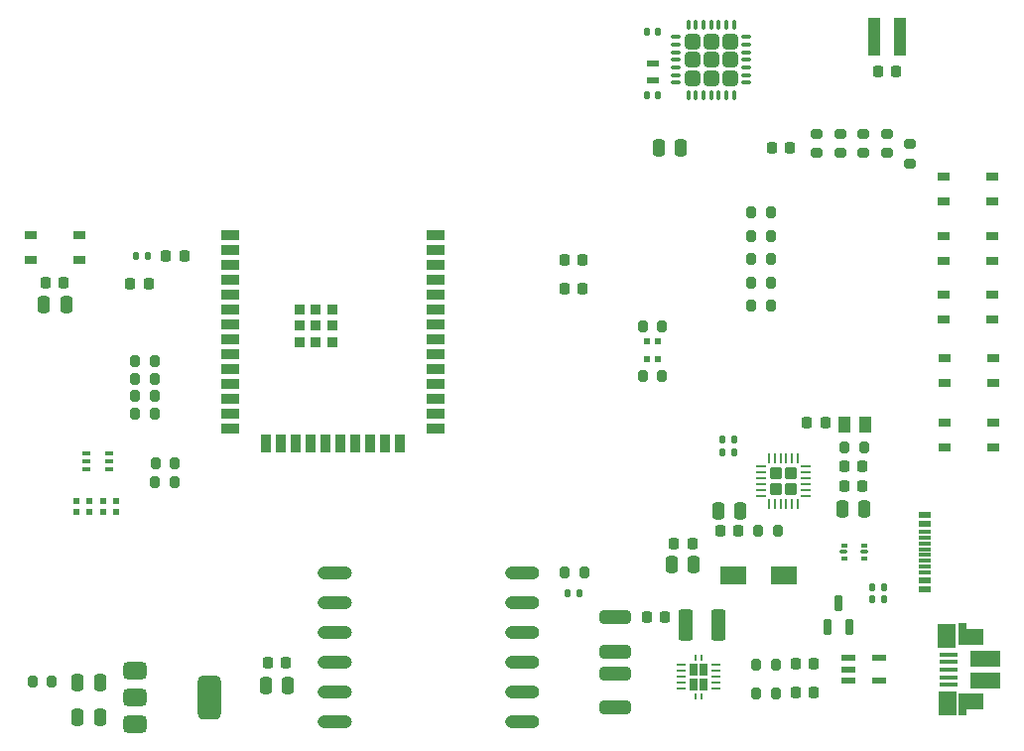
<source format=gbr>
%TF.GenerationSoftware,KiCad,Pcbnew,9.0.0*%
%TF.CreationDate,2025-05-14T10:48:30+09:00*%
%TF.ProjectId,mistance_PCB_host,6d697374-616e-4636-955f-5043425f686f,rev?*%
%TF.SameCoordinates,Original*%
%TF.FileFunction,Paste,Top*%
%TF.FilePolarity,Positive*%
%FSLAX46Y46*%
G04 Gerber Fmt 4.6, Leading zero omitted, Abs format (unit mm)*
G04 Created by KiCad (PCBNEW 9.0.0) date 2025-05-14 10:48:30*
%MOMM*%
%LPD*%
G01*
G04 APERTURE LIST*
G04 Aperture macros list*
%AMRoundRect*
0 Rectangle with rounded corners*
0 $1 Rounding radius*
0 $2 $3 $4 $5 $6 $7 $8 $9 X,Y pos of 4 corners*
0 Add a 4 corners polygon primitive as box body*
4,1,4,$2,$3,$4,$5,$6,$7,$8,$9,$2,$3,0*
0 Add four circle primitives for the rounded corners*
1,1,$1+$1,$2,$3*
1,1,$1+$1,$4,$5*
1,1,$1+$1,$6,$7*
1,1,$1+$1,$8,$9*
0 Add four rect primitives between the rounded corners*
20,1,$1+$1,$2,$3,$4,$5,0*
20,1,$1+$1,$4,$5,$6,$7,0*
20,1,$1+$1,$6,$7,$8,$9,0*
20,1,$1+$1,$8,$9,$2,$3,0*%
G04 Aperture macros list end*
%ADD10C,0.010000*%
%ADD11RoundRect,0.225000X-0.225000X-0.250000X0.225000X-0.250000X0.225000X0.250000X-0.225000X0.250000X0*%
%ADD12RoundRect,0.200000X0.275000X-0.200000X0.275000X0.200000X-0.275000X0.200000X-0.275000X-0.200000X0*%
%ADD13RoundRect,0.200000X0.200000X0.275000X-0.200000X0.275000X-0.200000X-0.275000X0.200000X-0.275000X0*%
%ADD14R,1.140000X0.600000*%
%ADD15R,1.140000X0.300000*%
%ADD16R,0.600000X0.490000*%
%ADD17RoundRect,0.225000X0.225000X0.250000X-0.225000X0.250000X-0.225000X-0.250000X0.225000X-0.250000X0*%
%ADD18R,1.050000X0.650000*%
%ADD19R,1.100000X0.600000*%
%ADD20RoundRect,0.135000X-0.135000X-0.185000X0.135000X-0.185000X0.135000X0.185000X-0.135000X0.185000X0*%
%ADD21RoundRect,0.250000X0.375000X1.075000X-0.375000X1.075000X-0.375000X-1.075000X0.375000X-1.075000X0*%
%ADD22R,1.000000X3.200000*%
%ADD23RoundRect,0.250000X-1.075000X0.312500X-1.075000X-0.312500X1.075000X-0.312500X1.075000X0.312500X0*%
%ADD24RoundRect,0.100000X-0.225000X-0.100000X0.225000X-0.100000X0.225000X0.100000X-0.225000X0.100000X0*%
%ADD25R,0.490000X0.600000*%
%ADD26RoundRect,0.075000X0.225000X-0.575000X0.225000X0.575000X-0.225000X0.575000X-0.225000X-0.575000X0*%
%ADD27RoundRect,0.200000X-0.200000X-0.275000X0.200000X-0.275000X0.200000X0.275000X-0.200000X0.275000X0*%
%ADD28RoundRect,0.250000X0.250000X0.475000X-0.250000X0.475000X-0.250000X-0.475000X0.250000X-0.475000X0*%
%ADD29RoundRect,0.140000X0.140000X0.170000X-0.140000X0.170000X-0.140000X-0.170000X0.140000X-0.170000X0*%
%ADD30R,1.140000X1.470000*%
%ADD31R,0.230000X0.230000*%
%ADD32O,0.800000X0.230000*%
%ADD33R,0.680000X1.050000*%
%ADD34R,0.260000X0.500000*%
%ADD35RoundRect,0.250000X-0.250000X-0.475000X0.250000X-0.475000X0.250000X0.475000X-0.250000X0.475000X0*%
%ADD36R,1.650000X0.400000*%
%ADD37R,0.700000X1.825000*%
%ADD38R,1.500000X2.000000*%
%ADD39R,2.000000X1.350000*%
%ADD40R,2.500000X1.430000*%
%ADD41RoundRect,0.375000X-0.625000X-0.375000X0.625000X-0.375000X0.625000X0.375000X-0.625000X0.375000X0*%
%ADD42RoundRect,0.500000X-0.500000X-1.400000X0.500000X-1.400000X0.500000X1.400000X-0.500000X1.400000X0*%
%ADD43R,1.270000X0.558800*%
%ADD44RoundRect,0.093750X0.156250X0.093750X-0.156250X0.093750X-0.156250X-0.093750X0.156250X-0.093750X0*%
%ADD45RoundRect,0.075000X0.250000X0.075000X-0.250000X0.075000X-0.250000X-0.075000X0.250000X-0.075000X0*%
%ADD46RoundRect,0.250000X-0.275000X-0.275000X0.275000X-0.275000X0.275000X0.275000X-0.275000X0.275000X0*%
%ADD47RoundRect,0.062500X-0.350000X-0.062500X0.350000X-0.062500X0.350000X0.062500X-0.350000X0.062500X0*%
%ADD48RoundRect,0.062500X-0.062500X-0.350000X0.062500X-0.350000X0.062500X0.350000X-0.062500X0.350000X0*%
%ADD49R,1.500000X0.900000*%
%ADD50R,0.900000X1.500000*%
%ADD51R,0.900000X0.900000*%
%ADD52RoundRect,0.249999X-0.395001X-0.395001X0.395001X-0.395001X0.395001X0.395001X-0.395001X0.395001X0*%
%ADD53RoundRect,0.075000X-0.312500X-0.075000X0.312500X-0.075000X0.312500X0.075000X-0.312500X0.075000X0*%
%ADD54RoundRect,0.075000X-0.075000X-0.312500X0.075000X-0.312500X0.075000X0.312500X-0.075000X0.312500X0*%
%ADD55R,2.300000X1.550000*%
G04 APERTURE END LIST*
D10*
%TO.C,U6*%
X60802000Y-66233000D02*
X60854000Y-66241000D01*
X60905000Y-66254000D01*
X60953000Y-66273000D01*
X61000000Y-66297000D01*
X61044000Y-66325000D01*
X61085000Y-66358000D01*
X61122000Y-66395000D01*
X61155000Y-66436000D01*
X61183000Y-66480000D01*
X61207000Y-66527000D01*
X61226000Y-66575000D01*
X61239000Y-66626000D01*
X61247000Y-66678000D01*
X61250000Y-66730000D01*
X61247000Y-66782000D01*
X61239000Y-66834000D01*
X61226000Y-66885000D01*
X61207000Y-66933000D01*
X61183000Y-66980000D01*
X61155000Y-67024000D01*
X61122000Y-67065000D01*
X61085000Y-67102000D01*
X61044000Y-67135000D01*
X61000000Y-67163000D01*
X60953000Y-67187000D01*
X60905000Y-67206000D01*
X60854000Y-67219000D01*
X60802000Y-67227000D01*
X60750000Y-67230000D01*
X58950000Y-67230000D01*
X58898000Y-67227000D01*
X58846000Y-67219000D01*
X58795000Y-67206000D01*
X58747000Y-67187000D01*
X58700000Y-67163000D01*
X58656000Y-67135000D01*
X58615000Y-67102000D01*
X58578000Y-67065000D01*
X58545000Y-67024000D01*
X58517000Y-66980000D01*
X58493000Y-66933000D01*
X58474000Y-66885000D01*
X58461000Y-66834000D01*
X58453000Y-66782000D01*
X58450000Y-66730000D01*
X58453000Y-66678000D01*
X58461000Y-66626000D01*
X58474000Y-66575000D01*
X58493000Y-66527000D01*
X58517000Y-66480000D01*
X58545000Y-66436000D01*
X58578000Y-66395000D01*
X58615000Y-66358000D01*
X58656000Y-66325000D01*
X58700000Y-66297000D01*
X58747000Y-66273000D01*
X58795000Y-66254000D01*
X58846000Y-66241000D01*
X58898000Y-66233000D01*
X58950000Y-66230000D01*
X60750000Y-66230000D01*
X60802000Y-66233000D01*
G36*
X60802000Y-66233000D02*
G01*
X60854000Y-66241000D01*
X60905000Y-66254000D01*
X60953000Y-66273000D01*
X61000000Y-66297000D01*
X61044000Y-66325000D01*
X61085000Y-66358000D01*
X61122000Y-66395000D01*
X61155000Y-66436000D01*
X61183000Y-66480000D01*
X61207000Y-66527000D01*
X61226000Y-66575000D01*
X61239000Y-66626000D01*
X61247000Y-66678000D01*
X61250000Y-66730000D01*
X61247000Y-66782000D01*
X61239000Y-66834000D01*
X61226000Y-66885000D01*
X61207000Y-66933000D01*
X61183000Y-66980000D01*
X61155000Y-67024000D01*
X61122000Y-67065000D01*
X61085000Y-67102000D01*
X61044000Y-67135000D01*
X61000000Y-67163000D01*
X60953000Y-67187000D01*
X60905000Y-67206000D01*
X60854000Y-67219000D01*
X60802000Y-67227000D01*
X60750000Y-67230000D01*
X58950000Y-67230000D01*
X58898000Y-67227000D01*
X58846000Y-67219000D01*
X58795000Y-67206000D01*
X58747000Y-67187000D01*
X58700000Y-67163000D01*
X58656000Y-67135000D01*
X58615000Y-67102000D01*
X58578000Y-67065000D01*
X58545000Y-67024000D01*
X58517000Y-66980000D01*
X58493000Y-66933000D01*
X58474000Y-66885000D01*
X58461000Y-66834000D01*
X58453000Y-66782000D01*
X58450000Y-66730000D01*
X58453000Y-66678000D01*
X58461000Y-66626000D01*
X58474000Y-66575000D01*
X58493000Y-66527000D01*
X58517000Y-66480000D01*
X58545000Y-66436000D01*
X58578000Y-66395000D01*
X58615000Y-66358000D01*
X58656000Y-66325000D01*
X58700000Y-66297000D01*
X58747000Y-66273000D01*
X58795000Y-66254000D01*
X58846000Y-66241000D01*
X58898000Y-66233000D01*
X58950000Y-66230000D01*
X60750000Y-66230000D01*
X60802000Y-66233000D01*
G37*
X60802000Y-68773000D02*
X60854000Y-68781000D01*
X60905000Y-68794000D01*
X60953000Y-68813000D01*
X61000000Y-68837000D01*
X61044000Y-68865000D01*
X61085000Y-68898000D01*
X61122000Y-68935000D01*
X61155000Y-68976000D01*
X61183000Y-69020000D01*
X61207000Y-69067000D01*
X61226000Y-69115000D01*
X61239000Y-69166000D01*
X61247000Y-69218000D01*
X61250000Y-69270000D01*
X61247000Y-69322000D01*
X61239000Y-69374000D01*
X61226000Y-69425000D01*
X61207000Y-69473000D01*
X61183000Y-69520000D01*
X61155000Y-69564000D01*
X61122000Y-69605000D01*
X61085000Y-69642000D01*
X61044000Y-69675000D01*
X61000000Y-69703000D01*
X60953000Y-69727000D01*
X60905000Y-69746000D01*
X60854000Y-69759000D01*
X60802000Y-69767000D01*
X60750000Y-69770000D01*
X58950000Y-69770000D01*
X58898000Y-69767000D01*
X58846000Y-69759000D01*
X58795000Y-69746000D01*
X58747000Y-69727000D01*
X58700000Y-69703000D01*
X58656000Y-69675000D01*
X58615000Y-69642000D01*
X58578000Y-69605000D01*
X58545000Y-69564000D01*
X58517000Y-69520000D01*
X58493000Y-69473000D01*
X58474000Y-69425000D01*
X58461000Y-69374000D01*
X58453000Y-69322000D01*
X58450000Y-69270000D01*
X58453000Y-69218000D01*
X58461000Y-69166000D01*
X58474000Y-69115000D01*
X58493000Y-69067000D01*
X58517000Y-69020000D01*
X58545000Y-68976000D01*
X58578000Y-68935000D01*
X58615000Y-68898000D01*
X58656000Y-68865000D01*
X58700000Y-68837000D01*
X58747000Y-68813000D01*
X58795000Y-68794000D01*
X58846000Y-68781000D01*
X58898000Y-68773000D01*
X58950000Y-68770000D01*
X60750000Y-68770000D01*
X60802000Y-68773000D01*
G36*
X60802000Y-68773000D02*
G01*
X60854000Y-68781000D01*
X60905000Y-68794000D01*
X60953000Y-68813000D01*
X61000000Y-68837000D01*
X61044000Y-68865000D01*
X61085000Y-68898000D01*
X61122000Y-68935000D01*
X61155000Y-68976000D01*
X61183000Y-69020000D01*
X61207000Y-69067000D01*
X61226000Y-69115000D01*
X61239000Y-69166000D01*
X61247000Y-69218000D01*
X61250000Y-69270000D01*
X61247000Y-69322000D01*
X61239000Y-69374000D01*
X61226000Y-69425000D01*
X61207000Y-69473000D01*
X61183000Y-69520000D01*
X61155000Y-69564000D01*
X61122000Y-69605000D01*
X61085000Y-69642000D01*
X61044000Y-69675000D01*
X61000000Y-69703000D01*
X60953000Y-69727000D01*
X60905000Y-69746000D01*
X60854000Y-69759000D01*
X60802000Y-69767000D01*
X60750000Y-69770000D01*
X58950000Y-69770000D01*
X58898000Y-69767000D01*
X58846000Y-69759000D01*
X58795000Y-69746000D01*
X58747000Y-69727000D01*
X58700000Y-69703000D01*
X58656000Y-69675000D01*
X58615000Y-69642000D01*
X58578000Y-69605000D01*
X58545000Y-69564000D01*
X58517000Y-69520000D01*
X58493000Y-69473000D01*
X58474000Y-69425000D01*
X58461000Y-69374000D01*
X58453000Y-69322000D01*
X58450000Y-69270000D01*
X58453000Y-69218000D01*
X58461000Y-69166000D01*
X58474000Y-69115000D01*
X58493000Y-69067000D01*
X58517000Y-69020000D01*
X58545000Y-68976000D01*
X58578000Y-68935000D01*
X58615000Y-68898000D01*
X58656000Y-68865000D01*
X58700000Y-68837000D01*
X58747000Y-68813000D01*
X58795000Y-68794000D01*
X58846000Y-68781000D01*
X58898000Y-68773000D01*
X58950000Y-68770000D01*
X60750000Y-68770000D01*
X60802000Y-68773000D01*
G37*
X60802000Y-71313000D02*
X60854000Y-71321000D01*
X60905000Y-71334000D01*
X60953000Y-71353000D01*
X61000000Y-71377000D01*
X61044000Y-71405000D01*
X61085000Y-71438000D01*
X61122000Y-71475000D01*
X61155000Y-71516000D01*
X61183000Y-71560000D01*
X61207000Y-71607000D01*
X61226000Y-71655000D01*
X61239000Y-71706000D01*
X61247000Y-71758000D01*
X61250000Y-71810000D01*
X61247000Y-71862000D01*
X61239000Y-71914000D01*
X61226000Y-71965000D01*
X61207000Y-72013000D01*
X61183000Y-72060000D01*
X61155000Y-72104000D01*
X61122000Y-72145000D01*
X61085000Y-72182000D01*
X61044000Y-72215000D01*
X61000000Y-72243000D01*
X60953000Y-72267000D01*
X60905000Y-72286000D01*
X60854000Y-72299000D01*
X60802000Y-72307000D01*
X60750000Y-72310000D01*
X58950000Y-72310000D01*
X58898000Y-72307000D01*
X58846000Y-72299000D01*
X58795000Y-72286000D01*
X58747000Y-72267000D01*
X58700000Y-72243000D01*
X58656000Y-72215000D01*
X58615000Y-72182000D01*
X58578000Y-72145000D01*
X58545000Y-72104000D01*
X58517000Y-72060000D01*
X58493000Y-72013000D01*
X58474000Y-71965000D01*
X58461000Y-71914000D01*
X58453000Y-71862000D01*
X58450000Y-71810000D01*
X58453000Y-71758000D01*
X58461000Y-71706000D01*
X58474000Y-71655000D01*
X58493000Y-71607000D01*
X58517000Y-71560000D01*
X58545000Y-71516000D01*
X58578000Y-71475000D01*
X58615000Y-71438000D01*
X58656000Y-71405000D01*
X58700000Y-71377000D01*
X58747000Y-71353000D01*
X58795000Y-71334000D01*
X58846000Y-71321000D01*
X58898000Y-71313000D01*
X58950000Y-71310000D01*
X60750000Y-71310000D01*
X60802000Y-71313000D01*
G36*
X60802000Y-71313000D02*
G01*
X60854000Y-71321000D01*
X60905000Y-71334000D01*
X60953000Y-71353000D01*
X61000000Y-71377000D01*
X61044000Y-71405000D01*
X61085000Y-71438000D01*
X61122000Y-71475000D01*
X61155000Y-71516000D01*
X61183000Y-71560000D01*
X61207000Y-71607000D01*
X61226000Y-71655000D01*
X61239000Y-71706000D01*
X61247000Y-71758000D01*
X61250000Y-71810000D01*
X61247000Y-71862000D01*
X61239000Y-71914000D01*
X61226000Y-71965000D01*
X61207000Y-72013000D01*
X61183000Y-72060000D01*
X61155000Y-72104000D01*
X61122000Y-72145000D01*
X61085000Y-72182000D01*
X61044000Y-72215000D01*
X61000000Y-72243000D01*
X60953000Y-72267000D01*
X60905000Y-72286000D01*
X60854000Y-72299000D01*
X60802000Y-72307000D01*
X60750000Y-72310000D01*
X58950000Y-72310000D01*
X58898000Y-72307000D01*
X58846000Y-72299000D01*
X58795000Y-72286000D01*
X58747000Y-72267000D01*
X58700000Y-72243000D01*
X58656000Y-72215000D01*
X58615000Y-72182000D01*
X58578000Y-72145000D01*
X58545000Y-72104000D01*
X58517000Y-72060000D01*
X58493000Y-72013000D01*
X58474000Y-71965000D01*
X58461000Y-71914000D01*
X58453000Y-71862000D01*
X58450000Y-71810000D01*
X58453000Y-71758000D01*
X58461000Y-71706000D01*
X58474000Y-71655000D01*
X58493000Y-71607000D01*
X58517000Y-71560000D01*
X58545000Y-71516000D01*
X58578000Y-71475000D01*
X58615000Y-71438000D01*
X58656000Y-71405000D01*
X58700000Y-71377000D01*
X58747000Y-71353000D01*
X58795000Y-71334000D01*
X58846000Y-71321000D01*
X58898000Y-71313000D01*
X58950000Y-71310000D01*
X60750000Y-71310000D01*
X60802000Y-71313000D01*
G37*
X60802000Y-73853000D02*
X60854000Y-73861000D01*
X60905000Y-73874000D01*
X60953000Y-73893000D01*
X61000000Y-73917000D01*
X61044000Y-73945000D01*
X61085000Y-73978000D01*
X61122000Y-74015000D01*
X61155000Y-74056000D01*
X61183000Y-74100000D01*
X61207000Y-74147000D01*
X61226000Y-74195000D01*
X61239000Y-74246000D01*
X61247000Y-74298000D01*
X61250000Y-74350000D01*
X61247000Y-74402000D01*
X61239000Y-74454000D01*
X61226000Y-74505000D01*
X61207000Y-74553000D01*
X61183000Y-74600000D01*
X61155000Y-74644000D01*
X61122000Y-74685000D01*
X61085000Y-74722000D01*
X61044000Y-74755000D01*
X61000000Y-74783000D01*
X60953000Y-74807000D01*
X60905000Y-74826000D01*
X60854000Y-74839000D01*
X60802000Y-74847000D01*
X60750000Y-74850000D01*
X58950000Y-74850000D01*
X58898000Y-74847000D01*
X58846000Y-74839000D01*
X58795000Y-74826000D01*
X58747000Y-74807000D01*
X58700000Y-74783000D01*
X58656000Y-74755000D01*
X58615000Y-74722000D01*
X58578000Y-74685000D01*
X58545000Y-74644000D01*
X58517000Y-74600000D01*
X58493000Y-74553000D01*
X58474000Y-74505000D01*
X58461000Y-74454000D01*
X58453000Y-74402000D01*
X58450000Y-74350000D01*
X58453000Y-74298000D01*
X58461000Y-74246000D01*
X58474000Y-74195000D01*
X58493000Y-74147000D01*
X58517000Y-74100000D01*
X58545000Y-74056000D01*
X58578000Y-74015000D01*
X58615000Y-73978000D01*
X58656000Y-73945000D01*
X58700000Y-73917000D01*
X58747000Y-73893000D01*
X58795000Y-73874000D01*
X58846000Y-73861000D01*
X58898000Y-73853000D01*
X58950000Y-73850000D01*
X60750000Y-73850000D01*
X60802000Y-73853000D01*
G36*
X60802000Y-73853000D02*
G01*
X60854000Y-73861000D01*
X60905000Y-73874000D01*
X60953000Y-73893000D01*
X61000000Y-73917000D01*
X61044000Y-73945000D01*
X61085000Y-73978000D01*
X61122000Y-74015000D01*
X61155000Y-74056000D01*
X61183000Y-74100000D01*
X61207000Y-74147000D01*
X61226000Y-74195000D01*
X61239000Y-74246000D01*
X61247000Y-74298000D01*
X61250000Y-74350000D01*
X61247000Y-74402000D01*
X61239000Y-74454000D01*
X61226000Y-74505000D01*
X61207000Y-74553000D01*
X61183000Y-74600000D01*
X61155000Y-74644000D01*
X61122000Y-74685000D01*
X61085000Y-74722000D01*
X61044000Y-74755000D01*
X61000000Y-74783000D01*
X60953000Y-74807000D01*
X60905000Y-74826000D01*
X60854000Y-74839000D01*
X60802000Y-74847000D01*
X60750000Y-74850000D01*
X58950000Y-74850000D01*
X58898000Y-74847000D01*
X58846000Y-74839000D01*
X58795000Y-74826000D01*
X58747000Y-74807000D01*
X58700000Y-74783000D01*
X58656000Y-74755000D01*
X58615000Y-74722000D01*
X58578000Y-74685000D01*
X58545000Y-74644000D01*
X58517000Y-74600000D01*
X58493000Y-74553000D01*
X58474000Y-74505000D01*
X58461000Y-74454000D01*
X58453000Y-74402000D01*
X58450000Y-74350000D01*
X58453000Y-74298000D01*
X58461000Y-74246000D01*
X58474000Y-74195000D01*
X58493000Y-74147000D01*
X58517000Y-74100000D01*
X58545000Y-74056000D01*
X58578000Y-74015000D01*
X58615000Y-73978000D01*
X58656000Y-73945000D01*
X58700000Y-73917000D01*
X58747000Y-73893000D01*
X58795000Y-73874000D01*
X58846000Y-73861000D01*
X58898000Y-73853000D01*
X58950000Y-73850000D01*
X60750000Y-73850000D01*
X60802000Y-73853000D01*
G37*
X60802000Y-76393000D02*
X60854000Y-76401000D01*
X60905000Y-76414000D01*
X60953000Y-76433000D01*
X61000000Y-76457000D01*
X61044000Y-76485000D01*
X61085000Y-76518000D01*
X61122000Y-76555000D01*
X61155000Y-76596000D01*
X61183000Y-76640000D01*
X61207000Y-76687000D01*
X61226000Y-76735000D01*
X61239000Y-76786000D01*
X61247000Y-76838000D01*
X61250000Y-76890000D01*
X61247000Y-76942000D01*
X61239000Y-76994000D01*
X61226000Y-77045000D01*
X61207000Y-77093000D01*
X61183000Y-77140000D01*
X61155000Y-77184000D01*
X61122000Y-77225000D01*
X61085000Y-77262000D01*
X61044000Y-77295000D01*
X61000000Y-77323000D01*
X60953000Y-77347000D01*
X60905000Y-77366000D01*
X60854000Y-77379000D01*
X60802000Y-77387000D01*
X60750000Y-77390000D01*
X58950000Y-77390000D01*
X58898000Y-77387000D01*
X58846000Y-77379000D01*
X58795000Y-77366000D01*
X58747000Y-77347000D01*
X58700000Y-77323000D01*
X58656000Y-77295000D01*
X58615000Y-77262000D01*
X58578000Y-77225000D01*
X58545000Y-77184000D01*
X58517000Y-77140000D01*
X58493000Y-77093000D01*
X58474000Y-77045000D01*
X58461000Y-76994000D01*
X58453000Y-76942000D01*
X58450000Y-76890000D01*
X58453000Y-76838000D01*
X58461000Y-76786000D01*
X58474000Y-76735000D01*
X58493000Y-76687000D01*
X58517000Y-76640000D01*
X58545000Y-76596000D01*
X58578000Y-76555000D01*
X58615000Y-76518000D01*
X58656000Y-76485000D01*
X58700000Y-76457000D01*
X58747000Y-76433000D01*
X58795000Y-76414000D01*
X58846000Y-76401000D01*
X58898000Y-76393000D01*
X58950000Y-76390000D01*
X60750000Y-76390000D01*
X60802000Y-76393000D01*
G36*
X60802000Y-76393000D02*
G01*
X60854000Y-76401000D01*
X60905000Y-76414000D01*
X60953000Y-76433000D01*
X61000000Y-76457000D01*
X61044000Y-76485000D01*
X61085000Y-76518000D01*
X61122000Y-76555000D01*
X61155000Y-76596000D01*
X61183000Y-76640000D01*
X61207000Y-76687000D01*
X61226000Y-76735000D01*
X61239000Y-76786000D01*
X61247000Y-76838000D01*
X61250000Y-76890000D01*
X61247000Y-76942000D01*
X61239000Y-76994000D01*
X61226000Y-77045000D01*
X61207000Y-77093000D01*
X61183000Y-77140000D01*
X61155000Y-77184000D01*
X61122000Y-77225000D01*
X61085000Y-77262000D01*
X61044000Y-77295000D01*
X61000000Y-77323000D01*
X60953000Y-77347000D01*
X60905000Y-77366000D01*
X60854000Y-77379000D01*
X60802000Y-77387000D01*
X60750000Y-77390000D01*
X58950000Y-77390000D01*
X58898000Y-77387000D01*
X58846000Y-77379000D01*
X58795000Y-77366000D01*
X58747000Y-77347000D01*
X58700000Y-77323000D01*
X58656000Y-77295000D01*
X58615000Y-77262000D01*
X58578000Y-77225000D01*
X58545000Y-77184000D01*
X58517000Y-77140000D01*
X58493000Y-77093000D01*
X58474000Y-77045000D01*
X58461000Y-76994000D01*
X58453000Y-76942000D01*
X58450000Y-76890000D01*
X58453000Y-76838000D01*
X58461000Y-76786000D01*
X58474000Y-76735000D01*
X58493000Y-76687000D01*
X58517000Y-76640000D01*
X58545000Y-76596000D01*
X58578000Y-76555000D01*
X58615000Y-76518000D01*
X58656000Y-76485000D01*
X58700000Y-76457000D01*
X58747000Y-76433000D01*
X58795000Y-76414000D01*
X58846000Y-76401000D01*
X58898000Y-76393000D01*
X58950000Y-76390000D01*
X60750000Y-76390000D01*
X60802000Y-76393000D01*
G37*
X60802000Y-78933000D02*
X60854000Y-78941000D01*
X60905000Y-78954000D01*
X60953000Y-78973000D01*
X61000000Y-78997000D01*
X61044000Y-79025000D01*
X61085000Y-79058000D01*
X61122000Y-79095000D01*
X61155000Y-79136000D01*
X61183000Y-79180000D01*
X61207000Y-79227000D01*
X61226000Y-79275000D01*
X61239000Y-79326000D01*
X61247000Y-79378000D01*
X61250000Y-79430000D01*
X61247000Y-79482000D01*
X61239000Y-79534000D01*
X61226000Y-79585000D01*
X61207000Y-79633000D01*
X61183000Y-79680000D01*
X61155000Y-79724000D01*
X61122000Y-79765000D01*
X61085000Y-79802000D01*
X61044000Y-79835000D01*
X61000000Y-79863000D01*
X60953000Y-79887000D01*
X60905000Y-79906000D01*
X60854000Y-79919000D01*
X60802000Y-79927000D01*
X60750000Y-79930000D01*
X58950000Y-79930000D01*
X58898000Y-79927000D01*
X58846000Y-79919000D01*
X58795000Y-79906000D01*
X58747000Y-79887000D01*
X58700000Y-79863000D01*
X58656000Y-79835000D01*
X58615000Y-79802000D01*
X58578000Y-79765000D01*
X58545000Y-79724000D01*
X58517000Y-79680000D01*
X58493000Y-79633000D01*
X58474000Y-79585000D01*
X58461000Y-79534000D01*
X58453000Y-79482000D01*
X58450000Y-79430000D01*
X58453000Y-79378000D01*
X58461000Y-79326000D01*
X58474000Y-79275000D01*
X58493000Y-79227000D01*
X58517000Y-79180000D01*
X58545000Y-79136000D01*
X58578000Y-79095000D01*
X58615000Y-79058000D01*
X58656000Y-79025000D01*
X58700000Y-78997000D01*
X58747000Y-78973000D01*
X58795000Y-78954000D01*
X58846000Y-78941000D01*
X58898000Y-78933000D01*
X58950000Y-78930000D01*
X60750000Y-78930000D01*
X60802000Y-78933000D01*
G36*
X60802000Y-78933000D02*
G01*
X60854000Y-78941000D01*
X60905000Y-78954000D01*
X60953000Y-78973000D01*
X61000000Y-78997000D01*
X61044000Y-79025000D01*
X61085000Y-79058000D01*
X61122000Y-79095000D01*
X61155000Y-79136000D01*
X61183000Y-79180000D01*
X61207000Y-79227000D01*
X61226000Y-79275000D01*
X61239000Y-79326000D01*
X61247000Y-79378000D01*
X61250000Y-79430000D01*
X61247000Y-79482000D01*
X61239000Y-79534000D01*
X61226000Y-79585000D01*
X61207000Y-79633000D01*
X61183000Y-79680000D01*
X61155000Y-79724000D01*
X61122000Y-79765000D01*
X61085000Y-79802000D01*
X61044000Y-79835000D01*
X61000000Y-79863000D01*
X60953000Y-79887000D01*
X60905000Y-79906000D01*
X60854000Y-79919000D01*
X60802000Y-79927000D01*
X60750000Y-79930000D01*
X58950000Y-79930000D01*
X58898000Y-79927000D01*
X58846000Y-79919000D01*
X58795000Y-79906000D01*
X58747000Y-79887000D01*
X58700000Y-79863000D01*
X58656000Y-79835000D01*
X58615000Y-79802000D01*
X58578000Y-79765000D01*
X58545000Y-79724000D01*
X58517000Y-79680000D01*
X58493000Y-79633000D01*
X58474000Y-79585000D01*
X58461000Y-79534000D01*
X58453000Y-79482000D01*
X58450000Y-79430000D01*
X58453000Y-79378000D01*
X58461000Y-79326000D01*
X58474000Y-79275000D01*
X58493000Y-79227000D01*
X58517000Y-79180000D01*
X58545000Y-79136000D01*
X58578000Y-79095000D01*
X58615000Y-79058000D01*
X58656000Y-79025000D01*
X58700000Y-78997000D01*
X58747000Y-78973000D01*
X58795000Y-78954000D01*
X58846000Y-78941000D01*
X58898000Y-78933000D01*
X58950000Y-78930000D01*
X60750000Y-78930000D01*
X60802000Y-78933000D01*
G37*
X44802000Y-66233000D02*
X44854000Y-66241000D01*
X44905000Y-66254000D01*
X44953000Y-66273000D01*
X45000000Y-66297000D01*
X45044000Y-66325000D01*
X45085000Y-66358000D01*
X45122000Y-66395000D01*
X45155000Y-66436000D01*
X45183000Y-66480000D01*
X45207000Y-66527000D01*
X45226000Y-66575000D01*
X45239000Y-66626000D01*
X45247000Y-66678000D01*
X45250000Y-66730000D01*
X45247000Y-66782000D01*
X45239000Y-66834000D01*
X45226000Y-66885000D01*
X45207000Y-66933000D01*
X45183000Y-66980000D01*
X45155000Y-67024000D01*
X45122000Y-67065000D01*
X45085000Y-67102000D01*
X45044000Y-67135000D01*
X45000000Y-67163000D01*
X44953000Y-67187000D01*
X44905000Y-67206000D01*
X44854000Y-67219000D01*
X44802000Y-67227000D01*
X44750000Y-67230000D01*
X42950000Y-67230000D01*
X42898000Y-67227000D01*
X42846000Y-67219000D01*
X42795000Y-67206000D01*
X42747000Y-67187000D01*
X42700000Y-67163000D01*
X42656000Y-67135000D01*
X42615000Y-67102000D01*
X42578000Y-67065000D01*
X42545000Y-67024000D01*
X42517000Y-66980000D01*
X42493000Y-66933000D01*
X42474000Y-66885000D01*
X42461000Y-66834000D01*
X42453000Y-66782000D01*
X42450000Y-66730000D01*
X42453000Y-66678000D01*
X42461000Y-66626000D01*
X42474000Y-66575000D01*
X42493000Y-66527000D01*
X42517000Y-66480000D01*
X42545000Y-66436000D01*
X42578000Y-66395000D01*
X42615000Y-66358000D01*
X42656000Y-66325000D01*
X42700000Y-66297000D01*
X42747000Y-66273000D01*
X42795000Y-66254000D01*
X42846000Y-66241000D01*
X42898000Y-66233000D01*
X42950000Y-66230000D01*
X43850000Y-66230000D01*
X44650000Y-66230000D01*
X44750000Y-66230000D01*
X44802000Y-66233000D01*
G36*
X44802000Y-66233000D02*
G01*
X44854000Y-66241000D01*
X44905000Y-66254000D01*
X44953000Y-66273000D01*
X45000000Y-66297000D01*
X45044000Y-66325000D01*
X45085000Y-66358000D01*
X45122000Y-66395000D01*
X45155000Y-66436000D01*
X45183000Y-66480000D01*
X45207000Y-66527000D01*
X45226000Y-66575000D01*
X45239000Y-66626000D01*
X45247000Y-66678000D01*
X45250000Y-66730000D01*
X45247000Y-66782000D01*
X45239000Y-66834000D01*
X45226000Y-66885000D01*
X45207000Y-66933000D01*
X45183000Y-66980000D01*
X45155000Y-67024000D01*
X45122000Y-67065000D01*
X45085000Y-67102000D01*
X45044000Y-67135000D01*
X45000000Y-67163000D01*
X44953000Y-67187000D01*
X44905000Y-67206000D01*
X44854000Y-67219000D01*
X44802000Y-67227000D01*
X44750000Y-67230000D01*
X42950000Y-67230000D01*
X42898000Y-67227000D01*
X42846000Y-67219000D01*
X42795000Y-67206000D01*
X42747000Y-67187000D01*
X42700000Y-67163000D01*
X42656000Y-67135000D01*
X42615000Y-67102000D01*
X42578000Y-67065000D01*
X42545000Y-67024000D01*
X42517000Y-66980000D01*
X42493000Y-66933000D01*
X42474000Y-66885000D01*
X42461000Y-66834000D01*
X42453000Y-66782000D01*
X42450000Y-66730000D01*
X42453000Y-66678000D01*
X42461000Y-66626000D01*
X42474000Y-66575000D01*
X42493000Y-66527000D01*
X42517000Y-66480000D01*
X42545000Y-66436000D01*
X42578000Y-66395000D01*
X42615000Y-66358000D01*
X42656000Y-66325000D01*
X42700000Y-66297000D01*
X42747000Y-66273000D01*
X42795000Y-66254000D01*
X42846000Y-66241000D01*
X42898000Y-66233000D01*
X42950000Y-66230000D01*
X43850000Y-66230000D01*
X44650000Y-66230000D01*
X44750000Y-66230000D01*
X44802000Y-66233000D01*
G37*
X44802000Y-68773000D02*
X44854000Y-68781000D01*
X44905000Y-68794000D01*
X44953000Y-68813000D01*
X45000000Y-68837000D01*
X45044000Y-68865000D01*
X45085000Y-68898000D01*
X45122000Y-68935000D01*
X45155000Y-68976000D01*
X45183000Y-69020000D01*
X45207000Y-69067000D01*
X45226000Y-69115000D01*
X45239000Y-69166000D01*
X45247000Y-69218000D01*
X45250000Y-69270000D01*
X45247000Y-69322000D01*
X45239000Y-69374000D01*
X45226000Y-69425000D01*
X45207000Y-69473000D01*
X45183000Y-69520000D01*
X45155000Y-69564000D01*
X45122000Y-69605000D01*
X45085000Y-69642000D01*
X45044000Y-69675000D01*
X45000000Y-69703000D01*
X44953000Y-69727000D01*
X44905000Y-69746000D01*
X44854000Y-69759000D01*
X44802000Y-69767000D01*
X44750000Y-69770000D01*
X42950000Y-69770000D01*
X42898000Y-69767000D01*
X42846000Y-69759000D01*
X42795000Y-69746000D01*
X42747000Y-69727000D01*
X42700000Y-69703000D01*
X42656000Y-69675000D01*
X42615000Y-69642000D01*
X42578000Y-69605000D01*
X42545000Y-69564000D01*
X42517000Y-69520000D01*
X42493000Y-69473000D01*
X42474000Y-69425000D01*
X42461000Y-69374000D01*
X42453000Y-69322000D01*
X42450000Y-69270000D01*
X42453000Y-69218000D01*
X42461000Y-69166000D01*
X42474000Y-69115000D01*
X42493000Y-69067000D01*
X42517000Y-69020000D01*
X42545000Y-68976000D01*
X42578000Y-68935000D01*
X42615000Y-68898000D01*
X42656000Y-68865000D01*
X42700000Y-68837000D01*
X42747000Y-68813000D01*
X42795000Y-68794000D01*
X42846000Y-68781000D01*
X42898000Y-68773000D01*
X42950000Y-68770000D01*
X43850000Y-68770000D01*
X44650000Y-68770000D01*
X44750000Y-68770000D01*
X44802000Y-68773000D01*
G36*
X44802000Y-68773000D02*
G01*
X44854000Y-68781000D01*
X44905000Y-68794000D01*
X44953000Y-68813000D01*
X45000000Y-68837000D01*
X45044000Y-68865000D01*
X45085000Y-68898000D01*
X45122000Y-68935000D01*
X45155000Y-68976000D01*
X45183000Y-69020000D01*
X45207000Y-69067000D01*
X45226000Y-69115000D01*
X45239000Y-69166000D01*
X45247000Y-69218000D01*
X45250000Y-69270000D01*
X45247000Y-69322000D01*
X45239000Y-69374000D01*
X45226000Y-69425000D01*
X45207000Y-69473000D01*
X45183000Y-69520000D01*
X45155000Y-69564000D01*
X45122000Y-69605000D01*
X45085000Y-69642000D01*
X45044000Y-69675000D01*
X45000000Y-69703000D01*
X44953000Y-69727000D01*
X44905000Y-69746000D01*
X44854000Y-69759000D01*
X44802000Y-69767000D01*
X44750000Y-69770000D01*
X42950000Y-69770000D01*
X42898000Y-69767000D01*
X42846000Y-69759000D01*
X42795000Y-69746000D01*
X42747000Y-69727000D01*
X42700000Y-69703000D01*
X42656000Y-69675000D01*
X42615000Y-69642000D01*
X42578000Y-69605000D01*
X42545000Y-69564000D01*
X42517000Y-69520000D01*
X42493000Y-69473000D01*
X42474000Y-69425000D01*
X42461000Y-69374000D01*
X42453000Y-69322000D01*
X42450000Y-69270000D01*
X42453000Y-69218000D01*
X42461000Y-69166000D01*
X42474000Y-69115000D01*
X42493000Y-69067000D01*
X42517000Y-69020000D01*
X42545000Y-68976000D01*
X42578000Y-68935000D01*
X42615000Y-68898000D01*
X42656000Y-68865000D01*
X42700000Y-68837000D01*
X42747000Y-68813000D01*
X42795000Y-68794000D01*
X42846000Y-68781000D01*
X42898000Y-68773000D01*
X42950000Y-68770000D01*
X43850000Y-68770000D01*
X44650000Y-68770000D01*
X44750000Y-68770000D01*
X44802000Y-68773000D01*
G37*
X44802000Y-71313000D02*
X44854000Y-71321000D01*
X44905000Y-71334000D01*
X44953000Y-71353000D01*
X45000000Y-71377000D01*
X45044000Y-71405000D01*
X45085000Y-71438000D01*
X45122000Y-71475000D01*
X45155000Y-71516000D01*
X45183000Y-71560000D01*
X45207000Y-71607000D01*
X45226000Y-71655000D01*
X45239000Y-71706000D01*
X45247000Y-71758000D01*
X45250000Y-71810000D01*
X45247000Y-71862000D01*
X45239000Y-71914000D01*
X45226000Y-71965000D01*
X45207000Y-72013000D01*
X45183000Y-72060000D01*
X45155000Y-72104000D01*
X45122000Y-72145000D01*
X45085000Y-72182000D01*
X45044000Y-72215000D01*
X45000000Y-72243000D01*
X44953000Y-72267000D01*
X44905000Y-72286000D01*
X44854000Y-72299000D01*
X44802000Y-72307000D01*
X44750000Y-72310000D01*
X42950000Y-72310000D01*
X42898000Y-72307000D01*
X42846000Y-72299000D01*
X42795000Y-72286000D01*
X42747000Y-72267000D01*
X42700000Y-72243000D01*
X42656000Y-72215000D01*
X42615000Y-72182000D01*
X42578000Y-72145000D01*
X42545000Y-72104000D01*
X42517000Y-72060000D01*
X42493000Y-72013000D01*
X42474000Y-71965000D01*
X42461000Y-71914000D01*
X42453000Y-71862000D01*
X42450000Y-71810000D01*
X42453000Y-71758000D01*
X42461000Y-71706000D01*
X42474000Y-71655000D01*
X42493000Y-71607000D01*
X42517000Y-71560000D01*
X42545000Y-71516000D01*
X42578000Y-71475000D01*
X42615000Y-71438000D01*
X42656000Y-71405000D01*
X42700000Y-71377000D01*
X42747000Y-71353000D01*
X42795000Y-71334000D01*
X42846000Y-71321000D01*
X42898000Y-71313000D01*
X42950000Y-71310000D01*
X43850000Y-71310000D01*
X44650000Y-71310000D01*
X44750000Y-71310000D01*
X44802000Y-71313000D01*
G36*
X44802000Y-71313000D02*
G01*
X44854000Y-71321000D01*
X44905000Y-71334000D01*
X44953000Y-71353000D01*
X45000000Y-71377000D01*
X45044000Y-71405000D01*
X45085000Y-71438000D01*
X45122000Y-71475000D01*
X45155000Y-71516000D01*
X45183000Y-71560000D01*
X45207000Y-71607000D01*
X45226000Y-71655000D01*
X45239000Y-71706000D01*
X45247000Y-71758000D01*
X45250000Y-71810000D01*
X45247000Y-71862000D01*
X45239000Y-71914000D01*
X45226000Y-71965000D01*
X45207000Y-72013000D01*
X45183000Y-72060000D01*
X45155000Y-72104000D01*
X45122000Y-72145000D01*
X45085000Y-72182000D01*
X45044000Y-72215000D01*
X45000000Y-72243000D01*
X44953000Y-72267000D01*
X44905000Y-72286000D01*
X44854000Y-72299000D01*
X44802000Y-72307000D01*
X44750000Y-72310000D01*
X42950000Y-72310000D01*
X42898000Y-72307000D01*
X42846000Y-72299000D01*
X42795000Y-72286000D01*
X42747000Y-72267000D01*
X42700000Y-72243000D01*
X42656000Y-72215000D01*
X42615000Y-72182000D01*
X42578000Y-72145000D01*
X42545000Y-72104000D01*
X42517000Y-72060000D01*
X42493000Y-72013000D01*
X42474000Y-71965000D01*
X42461000Y-71914000D01*
X42453000Y-71862000D01*
X42450000Y-71810000D01*
X42453000Y-71758000D01*
X42461000Y-71706000D01*
X42474000Y-71655000D01*
X42493000Y-71607000D01*
X42517000Y-71560000D01*
X42545000Y-71516000D01*
X42578000Y-71475000D01*
X42615000Y-71438000D01*
X42656000Y-71405000D01*
X42700000Y-71377000D01*
X42747000Y-71353000D01*
X42795000Y-71334000D01*
X42846000Y-71321000D01*
X42898000Y-71313000D01*
X42950000Y-71310000D01*
X43850000Y-71310000D01*
X44650000Y-71310000D01*
X44750000Y-71310000D01*
X44802000Y-71313000D01*
G37*
X44802000Y-73853000D02*
X44854000Y-73861000D01*
X44905000Y-73874000D01*
X44953000Y-73893000D01*
X45000000Y-73917000D01*
X45044000Y-73945000D01*
X45085000Y-73978000D01*
X45122000Y-74015000D01*
X45155000Y-74056000D01*
X45183000Y-74100000D01*
X45207000Y-74147000D01*
X45226000Y-74195000D01*
X45239000Y-74246000D01*
X45247000Y-74298000D01*
X45250000Y-74350000D01*
X45247000Y-74402000D01*
X45239000Y-74454000D01*
X45226000Y-74505000D01*
X45207000Y-74553000D01*
X45183000Y-74600000D01*
X45155000Y-74644000D01*
X45122000Y-74685000D01*
X45085000Y-74722000D01*
X45044000Y-74755000D01*
X45000000Y-74783000D01*
X44953000Y-74807000D01*
X44905000Y-74826000D01*
X44854000Y-74839000D01*
X44802000Y-74847000D01*
X44750000Y-74850000D01*
X42950000Y-74850000D01*
X42898000Y-74847000D01*
X42846000Y-74839000D01*
X42795000Y-74826000D01*
X42747000Y-74807000D01*
X42700000Y-74783000D01*
X42656000Y-74755000D01*
X42615000Y-74722000D01*
X42578000Y-74685000D01*
X42545000Y-74644000D01*
X42517000Y-74600000D01*
X42493000Y-74553000D01*
X42474000Y-74505000D01*
X42461000Y-74454000D01*
X42453000Y-74402000D01*
X42450000Y-74350000D01*
X42453000Y-74298000D01*
X42461000Y-74246000D01*
X42474000Y-74195000D01*
X42493000Y-74147000D01*
X42517000Y-74100000D01*
X42545000Y-74056000D01*
X42578000Y-74015000D01*
X42615000Y-73978000D01*
X42656000Y-73945000D01*
X42700000Y-73917000D01*
X42747000Y-73893000D01*
X42795000Y-73874000D01*
X42846000Y-73861000D01*
X42898000Y-73853000D01*
X42950000Y-73850000D01*
X43850000Y-73850000D01*
X44650000Y-73850000D01*
X44750000Y-73850000D01*
X44802000Y-73853000D01*
G36*
X44802000Y-73853000D02*
G01*
X44854000Y-73861000D01*
X44905000Y-73874000D01*
X44953000Y-73893000D01*
X45000000Y-73917000D01*
X45044000Y-73945000D01*
X45085000Y-73978000D01*
X45122000Y-74015000D01*
X45155000Y-74056000D01*
X45183000Y-74100000D01*
X45207000Y-74147000D01*
X45226000Y-74195000D01*
X45239000Y-74246000D01*
X45247000Y-74298000D01*
X45250000Y-74350000D01*
X45247000Y-74402000D01*
X45239000Y-74454000D01*
X45226000Y-74505000D01*
X45207000Y-74553000D01*
X45183000Y-74600000D01*
X45155000Y-74644000D01*
X45122000Y-74685000D01*
X45085000Y-74722000D01*
X45044000Y-74755000D01*
X45000000Y-74783000D01*
X44953000Y-74807000D01*
X44905000Y-74826000D01*
X44854000Y-74839000D01*
X44802000Y-74847000D01*
X44750000Y-74850000D01*
X42950000Y-74850000D01*
X42898000Y-74847000D01*
X42846000Y-74839000D01*
X42795000Y-74826000D01*
X42747000Y-74807000D01*
X42700000Y-74783000D01*
X42656000Y-74755000D01*
X42615000Y-74722000D01*
X42578000Y-74685000D01*
X42545000Y-74644000D01*
X42517000Y-74600000D01*
X42493000Y-74553000D01*
X42474000Y-74505000D01*
X42461000Y-74454000D01*
X42453000Y-74402000D01*
X42450000Y-74350000D01*
X42453000Y-74298000D01*
X42461000Y-74246000D01*
X42474000Y-74195000D01*
X42493000Y-74147000D01*
X42517000Y-74100000D01*
X42545000Y-74056000D01*
X42578000Y-74015000D01*
X42615000Y-73978000D01*
X42656000Y-73945000D01*
X42700000Y-73917000D01*
X42747000Y-73893000D01*
X42795000Y-73874000D01*
X42846000Y-73861000D01*
X42898000Y-73853000D01*
X42950000Y-73850000D01*
X43850000Y-73850000D01*
X44650000Y-73850000D01*
X44750000Y-73850000D01*
X44802000Y-73853000D01*
G37*
X44802000Y-76393000D02*
X44854000Y-76401000D01*
X44905000Y-76414000D01*
X44953000Y-76433000D01*
X45000000Y-76457000D01*
X45044000Y-76485000D01*
X45085000Y-76518000D01*
X45122000Y-76555000D01*
X45155000Y-76596000D01*
X45183000Y-76640000D01*
X45207000Y-76687000D01*
X45226000Y-76735000D01*
X45239000Y-76786000D01*
X45247000Y-76838000D01*
X45250000Y-76890000D01*
X45247000Y-76942000D01*
X45239000Y-76994000D01*
X45226000Y-77045000D01*
X45207000Y-77093000D01*
X45183000Y-77140000D01*
X45155000Y-77184000D01*
X45122000Y-77225000D01*
X45085000Y-77262000D01*
X45044000Y-77295000D01*
X45000000Y-77323000D01*
X44953000Y-77347000D01*
X44905000Y-77366000D01*
X44854000Y-77379000D01*
X44802000Y-77387000D01*
X44750000Y-77390000D01*
X42950000Y-77390000D01*
X42898000Y-77387000D01*
X42846000Y-77379000D01*
X42795000Y-77366000D01*
X42747000Y-77347000D01*
X42700000Y-77323000D01*
X42656000Y-77295000D01*
X42615000Y-77262000D01*
X42578000Y-77225000D01*
X42545000Y-77184000D01*
X42517000Y-77140000D01*
X42493000Y-77093000D01*
X42474000Y-77045000D01*
X42461000Y-76994000D01*
X42453000Y-76942000D01*
X42450000Y-76890000D01*
X42453000Y-76838000D01*
X42461000Y-76786000D01*
X42474000Y-76735000D01*
X42493000Y-76687000D01*
X42517000Y-76640000D01*
X42545000Y-76596000D01*
X42578000Y-76555000D01*
X42615000Y-76518000D01*
X42656000Y-76485000D01*
X42700000Y-76457000D01*
X42747000Y-76433000D01*
X42795000Y-76414000D01*
X42846000Y-76401000D01*
X42898000Y-76393000D01*
X42950000Y-76390000D01*
X43850000Y-76390000D01*
X44650000Y-76390000D01*
X44750000Y-76390000D01*
X44802000Y-76393000D01*
G36*
X44802000Y-76393000D02*
G01*
X44854000Y-76401000D01*
X44905000Y-76414000D01*
X44953000Y-76433000D01*
X45000000Y-76457000D01*
X45044000Y-76485000D01*
X45085000Y-76518000D01*
X45122000Y-76555000D01*
X45155000Y-76596000D01*
X45183000Y-76640000D01*
X45207000Y-76687000D01*
X45226000Y-76735000D01*
X45239000Y-76786000D01*
X45247000Y-76838000D01*
X45250000Y-76890000D01*
X45247000Y-76942000D01*
X45239000Y-76994000D01*
X45226000Y-77045000D01*
X45207000Y-77093000D01*
X45183000Y-77140000D01*
X45155000Y-77184000D01*
X45122000Y-77225000D01*
X45085000Y-77262000D01*
X45044000Y-77295000D01*
X45000000Y-77323000D01*
X44953000Y-77347000D01*
X44905000Y-77366000D01*
X44854000Y-77379000D01*
X44802000Y-77387000D01*
X44750000Y-77390000D01*
X42950000Y-77390000D01*
X42898000Y-77387000D01*
X42846000Y-77379000D01*
X42795000Y-77366000D01*
X42747000Y-77347000D01*
X42700000Y-77323000D01*
X42656000Y-77295000D01*
X42615000Y-77262000D01*
X42578000Y-77225000D01*
X42545000Y-77184000D01*
X42517000Y-77140000D01*
X42493000Y-77093000D01*
X42474000Y-77045000D01*
X42461000Y-76994000D01*
X42453000Y-76942000D01*
X42450000Y-76890000D01*
X42453000Y-76838000D01*
X42461000Y-76786000D01*
X42474000Y-76735000D01*
X42493000Y-76687000D01*
X42517000Y-76640000D01*
X42545000Y-76596000D01*
X42578000Y-76555000D01*
X42615000Y-76518000D01*
X42656000Y-76485000D01*
X42700000Y-76457000D01*
X42747000Y-76433000D01*
X42795000Y-76414000D01*
X42846000Y-76401000D01*
X42898000Y-76393000D01*
X42950000Y-76390000D01*
X43850000Y-76390000D01*
X44650000Y-76390000D01*
X44750000Y-76390000D01*
X44802000Y-76393000D01*
G37*
X44802000Y-78933000D02*
X44854000Y-78941000D01*
X44905000Y-78954000D01*
X44953000Y-78973000D01*
X45000000Y-78997000D01*
X45044000Y-79025000D01*
X45085000Y-79058000D01*
X45122000Y-79095000D01*
X45155000Y-79136000D01*
X45183000Y-79180000D01*
X45207000Y-79227000D01*
X45226000Y-79275000D01*
X45239000Y-79326000D01*
X45247000Y-79378000D01*
X45250000Y-79430000D01*
X45247000Y-79482000D01*
X45239000Y-79534000D01*
X45226000Y-79585000D01*
X45207000Y-79633000D01*
X45183000Y-79680000D01*
X45155000Y-79724000D01*
X45122000Y-79765000D01*
X45085000Y-79802000D01*
X45044000Y-79835000D01*
X45000000Y-79863000D01*
X44953000Y-79887000D01*
X44905000Y-79906000D01*
X44854000Y-79919000D01*
X44802000Y-79927000D01*
X44750000Y-79930000D01*
X42950000Y-79930000D01*
X42898000Y-79927000D01*
X42846000Y-79919000D01*
X42795000Y-79906000D01*
X42747000Y-79887000D01*
X42700000Y-79863000D01*
X42656000Y-79835000D01*
X42615000Y-79802000D01*
X42578000Y-79765000D01*
X42545000Y-79724000D01*
X42517000Y-79680000D01*
X42493000Y-79633000D01*
X42474000Y-79585000D01*
X42461000Y-79534000D01*
X42453000Y-79482000D01*
X42450000Y-79430000D01*
X42453000Y-79378000D01*
X42461000Y-79326000D01*
X42474000Y-79275000D01*
X42493000Y-79227000D01*
X42517000Y-79180000D01*
X42545000Y-79136000D01*
X42578000Y-79095000D01*
X42615000Y-79058000D01*
X42656000Y-79025000D01*
X42700000Y-78997000D01*
X42747000Y-78973000D01*
X42795000Y-78954000D01*
X42846000Y-78941000D01*
X42898000Y-78933000D01*
X42950000Y-78930000D01*
X43850000Y-78930000D01*
X44650000Y-78930000D01*
X44750000Y-78930000D01*
X44802000Y-78933000D01*
G36*
X44802000Y-78933000D02*
G01*
X44854000Y-78941000D01*
X44905000Y-78954000D01*
X44953000Y-78973000D01*
X45000000Y-78997000D01*
X45044000Y-79025000D01*
X45085000Y-79058000D01*
X45122000Y-79095000D01*
X45155000Y-79136000D01*
X45183000Y-79180000D01*
X45207000Y-79227000D01*
X45226000Y-79275000D01*
X45239000Y-79326000D01*
X45247000Y-79378000D01*
X45250000Y-79430000D01*
X45247000Y-79482000D01*
X45239000Y-79534000D01*
X45226000Y-79585000D01*
X45207000Y-79633000D01*
X45183000Y-79680000D01*
X45155000Y-79724000D01*
X45122000Y-79765000D01*
X45085000Y-79802000D01*
X45044000Y-79835000D01*
X45000000Y-79863000D01*
X44953000Y-79887000D01*
X44905000Y-79906000D01*
X44854000Y-79919000D01*
X44802000Y-79927000D01*
X44750000Y-79930000D01*
X42950000Y-79930000D01*
X42898000Y-79927000D01*
X42846000Y-79919000D01*
X42795000Y-79906000D01*
X42747000Y-79887000D01*
X42700000Y-79863000D01*
X42656000Y-79835000D01*
X42615000Y-79802000D01*
X42578000Y-79765000D01*
X42545000Y-79724000D01*
X42517000Y-79680000D01*
X42493000Y-79633000D01*
X42474000Y-79585000D01*
X42461000Y-79534000D01*
X42453000Y-79482000D01*
X42450000Y-79430000D01*
X42453000Y-79378000D01*
X42461000Y-79326000D01*
X42474000Y-79275000D01*
X42493000Y-79227000D01*
X42517000Y-79180000D01*
X42545000Y-79136000D01*
X42578000Y-79095000D01*
X42615000Y-79058000D01*
X42656000Y-79025000D01*
X42700000Y-78997000D01*
X42747000Y-78973000D01*
X42795000Y-78954000D01*
X42846000Y-78941000D01*
X42898000Y-78933000D01*
X42950000Y-78930000D01*
X43850000Y-78930000D01*
X44650000Y-78930000D01*
X44750000Y-78930000D01*
X44802000Y-78933000D01*
G37*
%TD*%
D11*
%TO.C,C32*%
X70525000Y-70550000D03*
X72075000Y-70550000D03*
%TD*%
D12*
%TO.C,R16*%
X93000000Y-31825000D03*
X93000000Y-30175000D03*
%TD*%
D13*
%TO.C,R28*%
X81075000Y-42000000D03*
X79425000Y-42000000D03*
%TD*%
D14*
%TO.C,UART1*%
X94250000Y-68200000D03*
X94250000Y-67400000D03*
D15*
X94250000Y-66250000D03*
X94250000Y-65250000D03*
X94250000Y-64750000D03*
X94250000Y-63750000D03*
D14*
X94250000Y-61800000D03*
X94250000Y-62600000D03*
D15*
X94250000Y-63250000D03*
X94250000Y-64250000D03*
X94250000Y-65750000D03*
X94250000Y-66750000D03*
%TD*%
D16*
%TO.C,C15*%
X21800000Y-60643000D03*
X21800000Y-61557000D03*
%TD*%
D17*
%TO.C,C20*%
X91775000Y-24000000D03*
X90225000Y-24000000D03*
%TD*%
D16*
%TO.C,C13*%
X24100000Y-60643000D03*
X24100000Y-61557000D03*
%TD*%
D18*
%TO.C,Up1*%
X95925000Y-53925000D03*
X100075000Y-53925000D03*
X95925000Y-56075000D03*
X100075000Y-56075000D03*
%TD*%
D19*
%TO.C,Y1*%
X71000000Y-24700000D03*
X71000000Y-23300000D03*
%TD*%
D11*
%TO.C,C37*%
X29485000Y-39760000D03*
X31035000Y-39760000D03*
%TD*%
D18*
%TO.C,S1*%
X17925000Y-37925000D03*
X22075000Y-37925000D03*
X17925000Y-40075000D03*
X22075000Y-40075000D03*
%TD*%
D12*
%TO.C,R19*%
X87050000Y-30955000D03*
X87050000Y-29305000D03*
%TD*%
D20*
%TO.C,R6*%
X76990000Y-55400000D03*
X78010000Y-55400000D03*
%TD*%
D11*
%TO.C,C19*%
X63475000Y-42550000D03*
X65025000Y-42550000D03*
%TD*%
D21*
%TO.C,L1*%
X76600000Y-71200000D03*
X73800000Y-71200000D03*
%TD*%
D11*
%TO.C,C27*%
X26450000Y-42100000D03*
X28000000Y-42100000D03*
%TD*%
D12*
%TO.C,R18*%
X85010000Y-30935000D03*
X85010000Y-29285000D03*
%TD*%
D17*
%TO.C,C4*%
X84775000Y-74490000D03*
X83225000Y-74490000D03*
%TD*%
D20*
%TO.C,R21*%
X89720000Y-69030000D03*
X90740000Y-69030000D03*
%TD*%
D22*
%TO.C,L4*%
X92100000Y-21000000D03*
X89900000Y-21000000D03*
%TD*%
D17*
%TO.C,C30*%
X78325000Y-63170000D03*
X76775000Y-63170000D03*
%TD*%
D11*
%TO.C,C35*%
X19205000Y-42020000D03*
X20755000Y-42020000D03*
%TD*%
D23*
%TO.C,R1*%
X67800000Y-70587500D03*
X67800000Y-73512500D03*
%TD*%
D24*
%TO.C,Q2*%
X22700000Y-56600000D03*
X22700000Y-57250000D03*
X22700000Y-57900000D03*
X24600000Y-57900000D03*
X24600000Y-57250000D03*
X24600000Y-56600000D03*
%TD*%
D11*
%TO.C,C23*%
X81175000Y-30500000D03*
X82725000Y-30500000D03*
%TD*%
D25*
%TO.C,C17*%
X70543000Y-48500000D03*
X71457000Y-48500000D03*
%TD*%
D26*
%TO.C,Q1*%
X85900000Y-71375000D03*
X87800000Y-71375000D03*
X86850000Y-69325000D03*
%TD*%
D20*
%TO.C,R7*%
X76990000Y-56500000D03*
X78010000Y-56500000D03*
%TD*%
D27*
%TO.C,R23*%
X28575000Y-57390000D03*
X30225000Y-57390000D03*
%TD*%
%TO.C,R3*%
X79860000Y-77070000D03*
X81510000Y-77070000D03*
%TD*%
D13*
%TO.C,R13*%
X28525000Y-48700000D03*
X26875000Y-48700000D03*
%TD*%
D28*
%TO.C,C12*%
X23850000Y-76100000D03*
X21950000Y-76100000D03*
%TD*%
D27*
%TO.C,R15*%
X70175000Y-50000000D03*
X71825000Y-50000000D03*
%TD*%
D29*
%TO.C,C22*%
X71480000Y-20600000D03*
X70520000Y-20600000D03*
%TD*%
D27*
%TO.C,R14*%
X70175000Y-45710000D03*
X71825000Y-45710000D03*
%TD*%
D30*
%TO.C,FL1*%
X89170000Y-54100000D03*
X87390000Y-54100000D03*
%TD*%
D13*
%TO.C,R25*%
X81075000Y-36000000D03*
X79425000Y-36000000D03*
%TD*%
D27*
%TO.C,F1*%
X87375000Y-56030000D03*
X89025000Y-56030000D03*
%TD*%
D18*
%TO.C,Ctrl1*%
X95870000Y-38000000D03*
X100020000Y-38000000D03*
X95870000Y-40150000D03*
X100020000Y-40150000D03*
%TD*%
D31*
%TO.C,U2*%
X73165000Y-74650000D03*
D32*
X73450000Y-74650000D03*
D31*
X73165000Y-75150000D03*
D32*
X73450000Y-75150000D03*
D31*
X73165000Y-75650000D03*
D32*
X73450000Y-75650000D03*
D31*
X73165000Y-76150000D03*
D32*
X73450000Y-76150000D03*
D31*
X73165000Y-76650000D03*
D32*
X73450000Y-76650000D03*
X76400000Y-76650000D03*
D31*
X76685000Y-76650000D03*
D32*
X76400000Y-76150000D03*
D31*
X76685000Y-76150000D03*
D32*
X76400000Y-75650000D03*
D31*
X76685000Y-75650000D03*
D32*
X76400000Y-75150000D03*
D31*
X76685000Y-75150000D03*
D32*
X76400000Y-74650000D03*
D31*
X76685000Y-74650000D03*
D33*
X74475000Y-75015000D03*
X74475000Y-76285000D03*
D34*
X74675000Y-74020000D03*
X74675000Y-77280000D03*
X75175000Y-74020000D03*
X75175000Y-77280000D03*
D33*
X75375000Y-75015000D03*
X75375000Y-76285000D03*
%TD*%
D27*
%TO.C,R31*%
X63535000Y-66750000D03*
X65185000Y-66750000D03*
%TD*%
D20*
%TO.C,R30*%
X26900000Y-39730000D03*
X27920000Y-39730000D03*
%TD*%
D12*
%TO.C,R17*%
X88980000Y-30955000D03*
X88980000Y-29305000D03*
%TD*%
D18*
%TO.C,Down1*%
X95925000Y-48425000D03*
X100075000Y-48425000D03*
X95925000Y-50575000D03*
X100075000Y-50575000D03*
%TD*%
D17*
%TO.C,C10*%
X85735000Y-53950000D03*
X84185000Y-53950000D03*
%TD*%
D35*
%TO.C,C6*%
X19060000Y-43840000D03*
X20960000Y-43840000D03*
%TD*%
D16*
%TO.C,C14*%
X22950000Y-60643000D03*
X22950000Y-61557000D03*
%TD*%
D13*
%TO.C,R12*%
X28525000Y-50200000D03*
X26875000Y-50200000D03*
%TD*%
D23*
%TO.C,R2*%
X67800000Y-75337500D03*
X67800000Y-78262500D03*
%TD*%
D36*
%TO.C,Charger1*%
X96235000Y-76325000D03*
X96235000Y-75675000D03*
X96235000Y-75025000D03*
X96235000Y-74375000D03*
X96235000Y-73725000D03*
D37*
X97435000Y-77975000D03*
D38*
X96135000Y-77875000D03*
D39*
X98185000Y-77755000D03*
D40*
X99385000Y-75985000D03*
X99385000Y-74065000D03*
D39*
X98185000Y-72275000D03*
D38*
X96115000Y-72125000D03*
D37*
X97435000Y-72025000D03*
%TD*%
D13*
%TO.C,R29*%
X81075000Y-38000000D03*
X79425000Y-38000000D03*
%TD*%
%TO.C,R27*%
X81075000Y-44000000D03*
X79425000Y-44000000D03*
%TD*%
%TO.C,R22*%
X81675000Y-63150000D03*
X80025000Y-63150000D03*
%TD*%
D35*
%TO.C,C29*%
X87190000Y-61300000D03*
X89090000Y-61300000D03*
%TD*%
D41*
%TO.C,U4*%
X26850000Y-75100000D03*
X26850000Y-77400000D03*
D42*
X33150000Y-77400000D03*
D41*
X26850000Y-79700000D03*
%TD*%
D43*
%TO.C,U3*%
X87704600Y-74060200D03*
X87704600Y-75000000D03*
X87704600Y-75939800D03*
X90295400Y-75939800D03*
X90295400Y-74060200D03*
%TD*%
D27*
%TO.C,R24*%
X28545000Y-59000000D03*
X30195000Y-59000000D03*
%TD*%
D28*
%TO.C,C24*%
X73400000Y-30500000D03*
X71500000Y-30500000D03*
%TD*%
D11*
%TO.C,C34*%
X72825000Y-64250000D03*
X74375000Y-64250000D03*
%TD*%
D12*
%TO.C,R20*%
X91000000Y-30955000D03*
X91000000Y-29305000D03*
%TD*%
D11*
%TO.C,C18*%
X63475000Y-40040000D03*
X65025000Y-40040000D03*
%TD*%
D44*
%TO.C,U8*%
X89030000Y-65510000D03*
D45*
X89105000Y-64972500D03*
D44*
X89030000Y-64435000D03*
X87330000Y-64435000D03*
D45*
X87255000Y-64972500D03*
D44*
X87330000Y-65510000D03*
%TD*%
D27*
%TO.C,R9*%
X18075000Y-76040000D03*
X19725000Y-76040000D03*
%TD*%
D17*
%TO.C,C28*%
X88905000Y-57660000D03*
X87355000Y-57660000D03*
%TD*%
D13*
%TO.C,R26*%
X81075000Y-40000000D03*
X79425000Y-40000000D03*
%TD*%
D29*
%TO.C,C21*%
X71480000Y-26000000D03*
X70520000Y-26000000D03*
%TD*%
D35*
%TO.C,C25*%
X38010000Y-76380000D03*
X39910000Y-76380000D03*
%TD*%
D27*
%TO.C,R4*%
X79860000Y-74570000D03*
X81510000Y-74570000D03*
%TD*%
D13*
%TO.C,R11*%
X28525000Y-51700000D03*
X26875000Y-51700000D03*
%TD*%
D46*
%TO.C,U5*%
X81512500Y-58300000D03*
X81512500Y-59600000D03*
X82812500Y-58300000D03*
X82812500Y-59600000D03*
D47*
X80225000Y-57700000D03*
X80225000Y-58200000D03*
X80225000Y-58700000D03*
X80225000Y-59200000D03*
X80225000Y-59700000D03*
X80225000Y-60200000D03*
D48*
X80912500Y-60887500D03*
X81412500Y-60887500D03*
X81912500Y-60887500D03*
X82412500Y-60887500D03*
X82912500Y-60887500D03*
X83412500Y-60887500D03*
D47*
X84100000Y-60200000D03*
X84100000Y-59700000D03*
X84100000Y-59200000D03*
X84100000Y-58700000D03*
X84100000Y-58200000D03*
X84100000Y-57700000D03*
D48*
X83412500Y-57012500D03*
X82912500Y-57012500D03*
X82412500Y-57012500D03*
X81912500Y-57012500D03*
X81412500Y-57012500D03*
X80912500Y-57012500D03*
%TD*%
D11*
%TO.C,C7*%
X38160000Y-74480000D03*
X39710000Y-74480000D03*
%TD*%
D49*
%TO.C,U1*%
X35000000Y-37970000D03*
X35000000Y-39240000D03*
X35000000Y-40510000D03*
X35000000Y-41780000D03*
X35000000Y-43050000D03*
X35000000Y-44320000D03*
X35000000Y-45590000D03*
X35000000Y-46860000D03*
X35000000Y-48130000D03*
X35000000Y-49400000D03*
X35000000Y-50670000D03*
X35000000Y-51940000D03*
X35000000Y-53210000D03*
X35000000Y-54480000D03*
D50*
X38035000Y-55730000D03*
X39305000Y-55730000D03*
X40575000Y-55730000D03*
X41845000Y-55730000D03*
X43115000Y-55730000D03*
X44385000Y-55730000D03*
X45655000Y-55730000D03*
X46925000Y-55730000D03*
X48195000Y-55730000D03*
X49465000Y-55730000D03*
D49*
X52500000Y-54480000D03*
X52500000Y-53210000D03*
X52500000Y-51940000D03*
X52500000Y-50670000D03*
X52500000Y-49400000D03*
X52500000Y-48130000D03*
X52500000Y-46860000D03*
X52500000Y-45590000D03*
X52500000Y-44320000D03*
X52500000Y-43050000D03*
X52500000Y-41780000D03*
X52500000Y-40510000D03*
X52500000Y-39240000D03*
X52500000Y-37970000D03*
D51*
X40850000Y-44290000D03*
X40850000Y-45690000D03*
X40850000Y-47090000D03*
X42250000Y-44290000D03*
X42250000Y-45690000D03*
X42250000Y-47090000D03*
X43650000Y-44290000D03*
X43650000Y-45690000D03*
X43650000Y-47090000D03*
%TD*%
D20*
%TO.C,R8*%
X89730000Y-68010000D03*
X90750000Y-68010000D03*
%TD*%
D52*
%TO.C,U7*%
X74400000Y-21400000D03*
X74400000Y-23000000D03*
X74400000Y-24600000D03*
X76000000Y-21400000D03*
X76000000Y-23000000D03*
X76000000Y-24600000D03*
X77600000Y-21400000D03*
X77600000Y-23000000D03*
X77600000Y-24600000D03*
D53*
X73012500Y-21050000D03*
X73012500Y-21700000D03*
X73012500Y-22350000D03*
X73012500Y-23000000D03*
X73012500Y-23650000D03*
X73012500Y-24300000D03*
X73012500Y-24950000D03*
D54*
X74050000Y-25987500D03*
X74700000Y-25987500D03*
X75350000Y-25987500D03*
X76000000Y-25987500D03*
X76650000Y-25987500D03*
X77300000Y-25987500D03*
X77950000Y-25987500D03*
D53*
X78987500Y-24950000D03*
X78987500Y-24300000D03*
X78987500Y-23650000D03*
X78987500Y-23000000D03*
X78987500Y-22350000D03*
X78987500Y-21700000D03*
X78987500Y-21050000D03*
D54*
X77950000Y-20012500D03*
X77300000Y-20012500D03*
X76650000Y-20012500D03*
X76000000Y-20012500D03*
X75350000Y-20012500D03*
X74700000Y-20012500D03*
X74050000Y-20012500D03*
%TD*%
D28*
%TO.C,C33*%
X74500000Y-66100000D03*
X72600000Y-66100000D03*
%TD*%
D16*
%TO.C,C8*%
X25200000Y-60643000D03*
X25200000Y-61557000D03*
%TD*%
D11*
%TO.C,C9*%
X87375000Y-59340000D03*
X88925000Y-59340000D03*
%TD*%
D55*
%TO.C,D1*%
X77900000Y-67000000D03*
X82200000Y-67000000D03*
%TD*%
D13*
%TO.C,R10*%
X28525000Y-53200000D03*
X26875000Y-53200000D03*
%TD*%
D25*
%TO.C,C16*%
X70543000Y-47000000D03*
X71457000Y-47000000D03*
%TD*%
D18*
%TO.C,Find_Host1*%
X95875000Y-32925000D03*
X100025000Y-32925000D03*
X95875000Y-35075000D03*
X100025000Y-35075000D03*
%TD*%
%TO.C,Enter&space1*%
X95870000Y-43000000D03*
X100020000Y-43000000D03*
X95870000Y-45150000D03*
X100020000Y-45150000D03*
%TD*%
D35*
%TO.C,C31*%
X76600000Y-61450000D03*
X78500000Y-61450000D03*
%TD*%
D28*
%TO.C,C11*%
X23850000Y-79110000D03*
X21950000Y-79110000D03*
%TD*%
D17*
%TO.C,C5*%
X84775000Y-77000000D03*
X83225000Y-77000000D03*
%TD*%
D20*
%TO.C,R5*%
X63740000Y-68500000D03*
X64760000Y-68500000D03*
%TD*%
M02*

</source>
